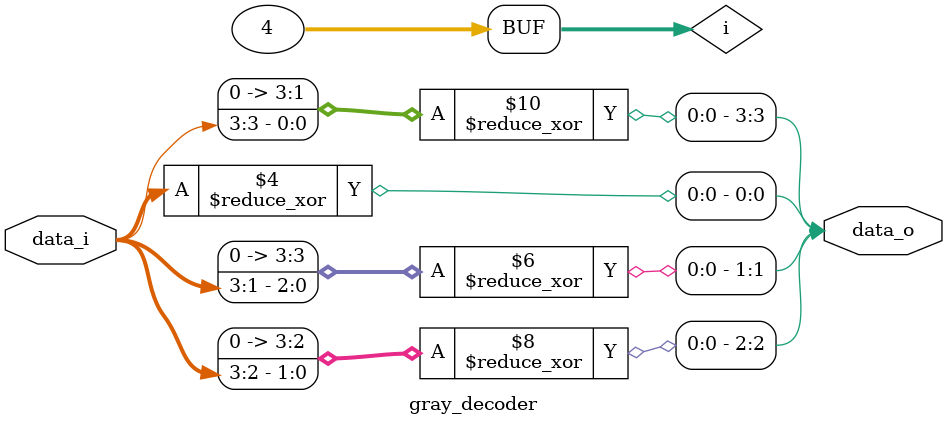
<source format=v>

`timescale 1ns/10ps


// MP3 decoder TBD...
// Requires review of MP3 decoding standard, ISO/IEC 11172-3:1993, https://www.iso.org/standard/22412.html

module pattern_display(
  input  clk_i, rstn_i,
  output reg [3:0] bits_o
);
  
  wire [31:0] rng_bits;
  rand_num_gen RNG(clk_i, rstn_i, rng_bits);
  
  reg [23:0] counter;
  
  always @(posedge clk_i or negedge rstn_i) begin
    if (!rstn_i) begin
      bits_o <= 4'b0;
      counter <= 0;
    end
    else begin
      if (counter >= 23'h400000) begin
        counter <= 0;
        bits_o <= rng_bits[3:0];
      end
      else counter <= counter + 1;
    end
  end
endmodule


module rand_num_gen #(
  parameter N = 32
) (
  input  clk_i, rstn_i,
  output reg [N-1:0] dat_o
);
  
  // Design derived from work in Indhumathi Devi, et al. 
  // "Hardware Random Number Generator Using FPGA", Journal of Cyber Security and Mobility, Vol 8 Issue 4, Oct 2019.
  
  reg [N-1:0] ringosc_o, ringosc_r, lhca_o, delay_r;
  
  always @* begin
    ringosc_o[0] = ~(ringosc_o[N-1] ^ ringosc_o[0] ^ ringosc_o[1]); // Inverted to avoid stability
    ringosc_o[N-1] = ringosc_o[N-2] ^ ringosc_o[N-1] ^ ringosc_o[0];
    
    lhca_o[0] = 1'b0 ^ ringosc_r[0] ^ delay_r[0] ^ dat_o[1];
    lhca_o[N-1] = 1'b0 ^ ringosc_r[N-1] ^ delay_r[N-1] ^ dat_o[N-2];
  end
  
  genvar i;
  generate
    for (i = 1; i < N-1; i = i + 1) begin : generalized_ring_osc
      always @* begin
        ringosc_o[i] = ringosc_o[i-1] ^ ringosc_o[i] ^ ringosc_o[i+1];
      end
    end
    for (i = 1; i < N-1; i = i + 1) begin : generalized_lhca
      always @* begin
        lhca_o[i] = dat_o[i-1] ^ ringosc_r[i] ^ delay_r[i] ^ dat_o[i+1];
      end
    end
  endgenerate
  
  always @(posedge clk_i or negedge rstn_i) begin
    if (!rstn_i) begin
      ringosc_r <= 0;
      delay_r <= 0;
      dat_o <= 0;
    end
    else begin
      ringosc_r <= ringosc_o;
      dat_o <= lhca_o;
      delay_r <= dat_o;
    end
  end
  
endmodule


module counter #(
  parameter Duration = 1000
) (
  input  clk_i, rstn_i, enable,
  output reg done
);
  reg [$clog2(Duration)-1:0] count;
  always @(posedge clk_i or negedge rstn_i) begin
    if (!rstn_i) begin
      count <= 0; done <= 1'b0;
    end
    else begin
      if (enable) begin
        if (count < Duration - 1) count <= count + 1;
        else                      done <= 1'b1;
      end else begin
        count <= 0; done <= 1'b0;
      end
    end
  end
endmodule


module gray_encoder #(
  parameter DataWidth = 4
) (
  input  [DataWidth-1:0] data_i, // Binary input, unsigned
  output [DataWidth-1:0] data_o  // Gray code output
);
  assign data_o = data_i ^ (data_i >> 1);
endmodule

module gray_decoder #(
  parameter DataWidth = 4
) (
  input  [DataWidth-1:0] data_i, // Gray code input
  output reg [DataWidth-1:0] data_o  // Binary output, unsigned
);
  integer i;
  always @*
    for (i = 0; i < DataWidth; i = i+1)
      data_o[i] = ^(data_i >> i);
endmodule


</source>
